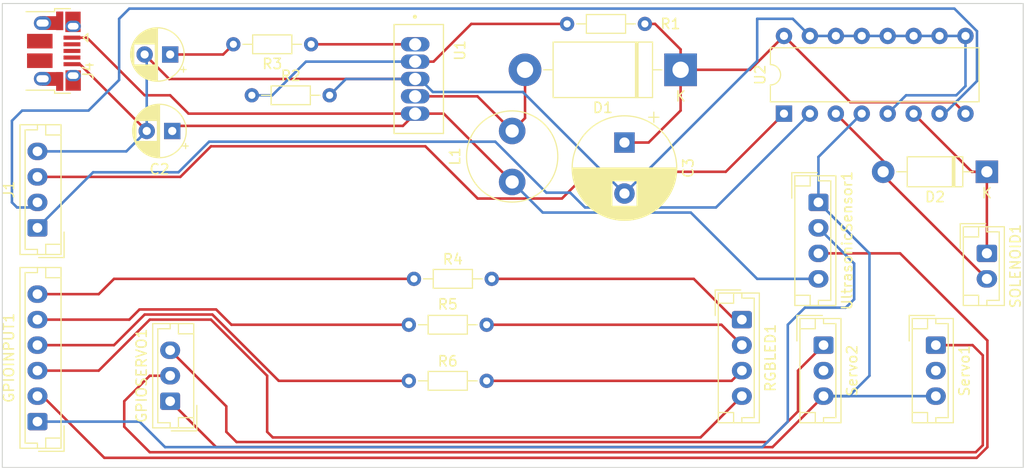
<source format=kicad_pcb>
(kicad_pcb (version 20240108) (generator "pcbnew") (generator_version "8.0")
  (layers (0 "F.Cu" signal) (31 "B.Cu" signal) (34 "B.Paste" user) (35 "F.Paste" user) (36 "B.SilkS" user "B.Silkscreen") (37 "F.SilkS" user "F.Silkscreen") (38 "B.Mask" user) (39 "F.Mask" user) (44 "Edge.Cuts" user))
  (net 0 "")
  (net 1 "+12V")
  (net 2 "Net-(D1-A)")
  (net 3 "Net-(C1-Pad1)")
  (net 4 "+5V")
  (net 5 "Net-(U1-FEEDBACK)")
  (net 6 "Net-(U1-COMP)")
  (net 7 "GND")
  (net 8 "Net-(D2-K)")
  (net 9 "Net-(D2-A)")
  (net 10 "Net-(J1-Pin_1)")
  (net 11 "Net-(J1-Pin_2)")
  (net 12 "Net-(J1-Pin_3)")
  (net 17 "Net-(RGBLED1-Pin_2)")
  (net 18 "Net-(RGBLED1-Pin_1)")
  (net 19 "Net-(GPIOINPUT1-Pin_2)")
  (net 20 "Net-(GPIOINPUT1-Pin_3)")
  (net 21 "Net-(GPIOINPUT1-Pin_4)")
  (net 22 "Net-(GPIOINPUT1-Pin_5)")
  (net 23 "Net-(GPIOINPUT1-Pin_1)")
  (net 24 "Net-(GPIOINPUT1-Pin_6)")
  (net 25 "Net-(GPIOSERVO1-Pin_2)")
  (net 26 "Net-(GPIOSERVO1-Pin_3)")
  (net 27 "Net-(RGBLED1-Pin_3)")
  (footprint "Inductor_THT:L_Radial_D8.7mm_P5.00mm_Fastron_07HCP" (layer "F.Cu") (at 74.5 39.5 90)
    (property "Reference" "L1" (at 2.5 -5.6 -90) (layer "F.SilkS"))
    (property "Value" "100u")
    (pad "1" thru_hole circle (at 0 0 90) (size 2.6 2.6) (drill 1.3) (layers "*.Cu" "*.Mask") (net 4 "+5V"))
    (pad "2" thru_hole circle (at 5 0 90) (size 2.6 2.6) (drill 1.3) (layers "*.Cu" "*.Mask") (net 2 "Net-(D1-A)"))
  )
  (footprint "Connector_JST:JST_EH_B3B-EH-A_1x03_P2.50mm_Vertical" (layer "F.Cu") (at 41 61 90)
    (property "Reference" "GPIOSERVO1" (at 2.5 -2.8 -90) (layer "F.SilkS"))
    (property "Value" "Conn_01x03_Pin")
    (pad "1" thru_hole roundrect (at 0 0 90) (size 1.7 1.95) (drill 0.95) (layers "*.Cu" "*.Mask") (roundrect_rratio 0.147059) (net 7 "GND"))
    (pad "2" thru_hole oval (at 2.5 0 90) (size 1.7 1.95) (drill 0.95) (layers "*.Cu" "*.Mask") (net 25 "Net-(GPIOSERVO1-Pin_2)"))
    (pad "3" thru_hole oval (at 5 0 90) (size 1.7 1.95) (drill 0.95) (layers "*.Cu" "*.Mask") (net 26 "Net-(GPIOSERVO1-Pin_3)"))
  )
  (footprint "Capacitor_THT:CP_Radial_D5.0mm_P2.50mm" (layer "F.Cu") (at 41.205113 34.5 180)
    (property "Reference" "C2" (at 1.25 -3.75 180) (layer "F.SilkS"))
    (property "Value" "0.1u")
    (pad "1" thru_hole rect (at 0 0 180) (size 1.6 1.6) (drill 0.8) (layers "*.Cu" "*.Mask") (net 4 "+5V"))
    (pad "2" thru_hole circle (at 2.5 0 180) (size 1.6 1.6) (drill 0.8) (layers "*.Cu" "*.Mask") (net 7 "GND"))
  )
  (footprint "Diode_THT:D_DO-201AD_P15.24mm_Horizontal" (layer "F.Cu") (at 91 28.5 180)
    (property "Reference" "D1" (at 7.62 -3.72 180) (layer "F.SilkS"))
    (property "Value" "1N5821")
    (fp_text user "K" (at 0 -2.6 180) (layer "F.SilkS"))
    (pad "1" thru_hole rect (at 0 0 180) (size 3.2 3.2) (drill 1.6) (layers "*.Cu" "*.Mask") (net 1 "+12V"))
    (pad "2" thru_hole oval (at 15.24 0 180) (size 3.2 3.2) (drill 1.6) (layers "*.Cu" "*.Mask") (net 2 "Net-(D1-A)"))
  )
  (footprint "Diode_THT:D_DO-41_SOD81_P10.16mm_Horizontal" (layer "F.Cu") (at 121 38.5 180)
    (property "Reference" "D2" (at 5.08 -2.47 180) (layer "F.SilkS"))
    (property "Value" "1N4001")
    (fp_text user "K" (at 0 -2.1 180) (layer "F.SilkS"))
    (pad "1" thru_hole rect (at 0 0 180) (size 2.2 2.2) (drill 1.1) (layers "*.Cu" "*.Mask") (net 8 "Net-(D2-K)"))
    (pad "2" thru_hole oval (at 10.16 0 180) (size 2.2 2.2) (drill 1.1) (layers "*.Cu" "*.Mask") (net 9 "Net-(D2-A)"))
  )
  (footprint "Resistor_THT:R_Axial_DIN0204_L3.6mm_D1.6mm_P7.62mm_Horizontal" (layer "F.Cu") (at 64.38 59)
    (property "Reference" "R6" (at 3.81 -1.92 0) (layer "F.SilkS"))
    (property "Value" "200")
    (pad "1" thru_hole circle (at 0 0) (size 1.4 1.4) (drill 0.7) (layers "*.Cu" "*.Mask") (net 21 "Net-(GPIOINPUT1-Pin_4)"))
    (pad "2" thru_hole oval (at 7.62 0) (size 1.4 1.4) (drill 0.7) (layers "*.Cu" "*.Mask") (net 27 "Net-(RGBLED1-Pin_3)"))
  )
  (footprint "Connector_USB:USB_Micro-B_Amphenol_10103594-0001LF_Horizontal" (layer "F.Cu") (at 29.615 26.675 -90)
    (property "Reference" "J4" (at 1.925 -3.365 90) (layer "F.SilkS"))
    (property "Value" "USB_B_Micro")
    (pad "1" smd rect (at -1.325 -1.765) (size 1.65 0.4) (layers "F.Cu" "F.Paste" "F.Mask") (net 4 "+5V"))
    (pad "2" smd rect (at -0.675 -1.765) (size 1.65 0.4) (layers "F.Cu" "F.Paste" "F.Mask"))
    (pad "3" smd rect (at -0.025 -1.765) (size 1.65 0.4) (layers "F.Cu" "F.Paste" "F.Mask"))
    (pad "4" smd rect (at 0.625 -1.765) (size 1.65 0.4) (layers "F.Cu" "F.Paste" "F.Mask"))
    (pad "5" smd rect (at 1.275 -1.765) (size 1.65 0.4) (layers "F.Cu" "F.Paste" "F.Mask") (net 7 "GND"))
    (pad "6" smd rect (at -2.975 -0.565 270) (size 1.825 0.7) (layers "F.Cu" "F.Paste" "F.Mask"))
    (pad "6" smd rect (at -2.875 -1.865 270) (size 2 1.5) (layers "F.Cu" "F.Paste" "F.Mask"))
    (pad "6" smd rect (at -2.755 0.185 270) (size 1.35 2) (layers "F.Cu" "F.Paste" "F.Mask"))
    (pad "6" thru_hole oval (at -2.755 1.115) (size 1.7 1.35) (drill oval 1.2 0.7) (layers "*.Cu" "*.Mask"))
    (pad "6" thru_hole oval (at -2.445 -1.885) (size 1.5 1.1) (drill oval 1.05 0.65) (layers "*.Cu" "*.Mask"))
    (pad "6" smd rect (at -0.985 1.385) (size 2.5 1.43) (layers "F.Cu" "F.Paste" "F.Mask"))
    (pad "6" smd rect (at 0.935 1.385) (size 2.5 1.43) (layers "F.Cu" "F.Paste" "F.Mask"))
    (pad "6" thru_hole oval (at 2.395 -1.885) (size 1.5 1.1) (drill oval 1.05 0.65) (layers "*.Cu" "*.Mask"))
    (pad "6" thru_hole oval (at 2.705 1.115) (size 1.7 1.35) (drill oval 1.2 0.7) (layers "*.Cu" "*.Mask"))
    (pad "6" smd rect (at 2.725 0.185 270) (size 1.35 2) (layers "F.Cu" "F.Paste" "F.Mask"))
    (pad "6" smd rect (at 2.875 -1.885 270) (size 2 1.5) (layers "F.Cu" "F.Paste" "F.Mask"))
    (pad "6" smd rect (at 2.975 -0.565 270) (size 1.825 0.7) (layers "F.Cu" "F.Paste" "F.Mask"))
  )
  (footprint "Capacitor_THT:CP_Radial_D5.0mm_P2.50mm" (layer "F.Cu") (at 41 27 180)
    (property "Reference" "C1" (hide yes))
    (property "Value" "0.33u")
    (pad "1" thru_hole rect (at 0 0 180) (size 1.6 1.6) (drill 0.8) (layers "*.Cu" "*.Mask") (net 3 "Net-(C1-Pad1)"))
    (pad "2" thru_hole circle (at 2.5 0 180) (size 1.6 1.6) (drill 0.8) (layers "*.Cu" "*.Mask") (net 7 "GND"))
  )
  (footprint "Resistor_THT:R_Axial_DIN0204_L3.6mm_D1.6mm_P7.62mm_Horizontal" (layer "F.Cu") (at 72 53.5 180)
    (property "Reference" "R5" (at 3.81 2 180) (layer "F.SilkS"))
    (property "Value" "200")
    (pad "1" thru_hole circle (at 0 0 180) (size 1.4 1.4) (drill 0.7) (layers "*.Cu" "*.Mask") (net 17 "Net-(RGBLED1-Pin_2)"))
    (pad "2" thru_hole oval (at 7.62 0 180) (size 1.4 1.4) (drill 0.7) (layers "*.Cu" "*.Mask") (net 22 "Net-(GPIOINPUT1-Pin_5)"))
  )
  (footprint "Connector_JST:JST_EH_B4B-EH-A_1x04_P2.50mm_Vertical" (layer "F.Cu") (at 104.5 41.5 -90)
    (property "Reference" "UltrasonicSensor1" (at 3.75 -2.8 90) (layer "F.SilkS"))
    (property "Value" "Conn_01x04_Pin")
    (pad "1" thru_hole roundrect (at 0 0 270) (size 1.7 1.95) (drill 0.95) (layers "*.Cu" "*.Mask") (roundrect_rratio 0.147059) (net 7 "GND"))
    (pad "2" thru_hole oval (at 2.5 0 270) (size 1.7 1.95) (drill 0.95) (layers "*.Cu" "*.Mask") (net 23 "Net-(GPIOINPUT1-Pin_1)"))
    (pad "3" thru_hole oval (at 5 0 270) (size 1.7 1.95) (drill 0.95) (layers "*.Cu" "*.Mask") (net 19 "Net-(GPIOINPUT1-Pin_2)"))
    (pad "4" thru_hole oval (at 7.5 0 270) (size 1.7 1.95) (drill 0.95) (layers "*.Cu" "*.Mask") (net 4 "+5V"))
  )
  (footprint "Connector_JST:JST_EH_B3B-EH-A_1x03_P2.50mm_Vertical" (layer "F.Cu") (at 116 55.5 -90)
    (property "Reference" "Servo1" (at 2.5 -2.8 90) (layer "F.SilkS"))
    (property "Value" "Conn_01x03_Pin")
    (pad "1" thru_hole roundrect (at 0 0 270) (size 1.7 1.95) (drill 0.95) (layers "*.Cu" "*.Mask") (roundrect_rratio 0.147059) (net 25 "Net-(GPIOSERVO1-Pin_2)"))
    (pad "2" thru_hole oval (at 2.5 0 270) (size 1.7 1.95) (drill 0.95) (layers "*.Cu" "*.Mask") (net 4 "+5V"))
    (pad "3" thru_hole oval (at 5 0 270) (size 1.7 1.95) (drill 0.95) (layers "*.Cu" "*.Mask") (net 7 "GND"))
  )
  (footprint "Resistor_THT:R_Axial_DIN0204_L3.6mm_D1.6mm_P7.62mm_Horizontal" (layer "F.Cu") (at 54.81 26 180)
    (property "Reference" "R3" (at 3.81 -1.92 180) (layer "F.SilkS"))
    (property "Value" "2.2k")
    (pad "1" thru_hole circle (at 0 0 180) (size 1.4 1.4) (drill 0.7) (layers "*.Cu" "*.Mask") (net 6 "Net-(U1-COMP)"))
    (pad "2" thru_hole oval (at 7.62 0 180) (size 1.4 1.4) (drill 0.7) (layers "*.Cu" "*.Mask") (net 3 "Net-(C1-Pad1)"))
  )
  (footprint "Connector_JST:JST_EH_B4B-EH-A_1x04_P2.50mm_Vertical" (layer "F.Cu") (at 28 44 90)
    (property "Reference" "J1" (at 3.75 -2.8 90) (layer "F.SilkS"))
    (property "Value" "Conn_01x04_Pin")
    (pad "1" thru_hole roundrect (at 0 0 90) (size 1.7 1.95) (drill 0.95) (layers "*.Cu" "*.Mask") (roundrect_rratio 0.147059) (net 10 "Net-(J1-Pin_1)"))
    (pad "2" thru_hole oval (at 2.5 0 90) (size 1.7 1.95) (drill 0.95) (layers "*.Cu" "*.Mask") (net 11 "Net-(J1-Pin_2)"))
    (pad "3" thru_hole oval (at 5 0 90) (size 1.7 1.95) (drill 0.95) (layers "*.Cu" "*.Mask") (net 12 "Net-(J1-Pin_3)"))
    (pad "4" thru_hole oval (at 7.5 0 90) (size 1.7 1.95) (drill 0.95) (layers "*.Cu" "*.Mask") (net 7 "GND"))
  )
  (footprint "Connector_JST:JST_EH_B6B-EH-A_1x06_P2.50mm_Vertical" (layer "F.Cu") (at 28 63 90)
    (property "Reference" "GPIOINPUT1" (at 6.25 -2.8 -90) (layer "F.SilkS"))
    (property "Value" "Conn_01x06_Pin")
    (pad "1" thru_hole roundrect (at 0 0 90) (size 1.7 1.95) (drill 0.95) (layers "*.Cu" "*.Mask") (roundrect_rratio 0.147059) (net 23 "Net-(GPIOINPUT1-Pin_1)"))
    (pad "2" thru_hole oval (at 2.5 0 90) (size 1.7 1.95) (drill 0.95) (layers "*.Cu" "*.Mask") (net 19 "Net-(GPIOINPUT1-Pin_2)"))
    (pad "3" thru_hole oval (at 5 0 90) (size 1.7 1.95) (drill 0.95) (layers "*.Cu" "*.Mask") (net 20 "Net-(GPIOINPUT1-Pin_3)"))
    (pad "4" thru_hole oval (at 7.5 0 90) (size 1.7 1.95) (drill 0.95) (layers "*.Cu" "*.Mask") (net 21 "Net-(GPIOINPUT1-Pin_4)"))
    (pad "5" thru_hole oval (at 10 0 90) (size 1.7 1.95) (drill 0.95) (layers "*.Cu" "*.Mask") (net 22 "Net-(GPIOINPUT1-Pin_5)"))
    (pad "6" thru_hole oval (at 12.5 0 90) (size 1.7 1.95) (drill 0.95) (layers "*.Cu" "*.Mask") (net 24 "Net-(GPIOINPUT1-Pin_6)"))
  )
  (footprint "Connector_JST:JST_EH_B3B-EH-A_1x03_P2.50mm_Vertical" (layer "F.Cu") (at 105 55.5 -90)
    (property "Reference" "Servo2" (at 2.5 -2.8 90) (layer "F.SilkS"))
    (property "Value" "Conn_01x03_Pin")
    (pad "1" thru_hole roundrect (at 0 0 270) (size 1.7 1.95) (drill 0.95) (layers "*.Cu" "*.Mask") (roundrect_rratio 0.147059) (net 26 "Net-(GPIOSERVO1-Pin_3)"))
    (pad "2" thru_hole oval (at 2.5 0 270) (size 1.7 1.95) (drill 0.95) (layers "*.Cu" "*.Mask") (net 4 "+5V"))
    (pad "3" thru_hole oval (at 5 0 270) (size 1.7 1.95) (drill 0.95) (layers "*.Cu" "*.Mask") (net 7 "GND"))
  )
  (footprint "Capacitor_THT:CP_Radial_D10.0mm_P5.00mm" (layer "F.Cu") (at 85.5 35.632323 -90)
    (property "Reference" "C3" (at 2.5 -6.25 90) (layer "F.SilkS"))
    (property "Value" "680u")
    (pad "1" thru_hole rect (at 0 0 270) (size 2 2) (drill 1) (layers "*.Cu" "*.Mask") (net 1 "+12V"))
    (pad "2" thru_hole circle (at 5 0 270) (size 2 2) (drill 1) (layers "*.Cu" "*.Mask") (net 7 "GND"))
  )
  (footprint "Connector_JST:JST_EH_B4B-EH-A_1x04_P2.50mm_Vertical" (layer "F.Cu") (at 97 53 -90)
    (property "Reference" "RGBLED1" (at 3.75 -2.8 90) (layer "F.SilkS"))
    (property "Value" "Conn_01x04_Pin")
    (pad "1" thru_hole roundrect (at 0 0 270) (size 1.7 1.95) (drill 0.95) (layers "*.Cu" "*.Mask") (roundrect_rratio 0.147059) (net 18 "Net-(RGBLED1-Pin_1)"))
    (pad "2" thru_hole oval (at 2.5 0 270) (size 1.7 1.95) (drill 0.95) (layers "*.Cu" "*.Mask") (net 17 "Net-(RGBLED1-Pin_2)"))
    (pad "3" thru_hole oval (at 5 0 270) (size 1.7 1.95) (drill 0.95) (layers "*.Cu" "*.Mask") (net 27 "Net-(RGBLED1-Pin_3)"))
    (pad "4" thru_hole oval (at 7.5 0 270) (size 1.7 1.95) (drill 0.95) (layers "*.Cu" "*.Mask") (net 20 "Net-(GPIOINPUT1-Pin_3)"))
  )
  (footprint "Kicad:VREG_LM2577T-ADJ_NOPB" (layer "F.Cu") (at 65 26 -90)
    (property "Reference" "U1" (at 0.60563 -4.38938 90) (layer "F.SilkS"))
    (property "Value" "LM2577T-ADJ_NOPB")
    (pad "1" thru_hole oval (at 0 0 270) (size 1.4 2.8) (drill 1.2) (layers "*.Cu" "*.Mask") (net 6 "Net-(U1-COMP)"))
    (pad "2" thru_hole oval (at 1.7 0 270) (size 1.4 2.8) (drill 1.2) (layers "*.Cu" "*.Mask") (net 5 "Net-(U1-FEEDBACK)"))
    (pad "3" thru_hole oval (at 3.4 0 270) (size 1.4 2.8) (drill 1.2) (layers "*.Cu" "*.Mask") (net 7 "GND"))
    (pad "4" thru_hole oval (at 5.1 0 270) (size 1.4 2.8) (drill 1.2) (layers "*.Cu" "*.Mask") (net 2 "Net-(D1-A)"))
    (pad "5" thru_hole oval (at 6.8 0 270) (size 1.4 2.8) (drill 1.2) (layers "*.Cu" "*.Mask") (net 4 "+5V"))
  )
  (footprint "Resistor_THT:R_Axial_DIN0204_L3.6mm_D1.6mm_P7.62mm_Horizontal" (layer "F.Cu") (at 87.5 24 180)
    (property "Reference" "R1" (at -2.5 0 180) (layer "F.SilkS"))
    (property "Value" "17.4k")
    (pad "1" thru_hole circle (at 0 0 180) (size 1.4 1.4) (drill 0.7) (layers "*.Cu" "*.Mask") (net 1 "+12V"))
    (pad "2" thru_hole oval (at 7.62 0 180) (size 1.4 1.4) (drill 0.7) (layers "*.Cu" "*.Mask") (net 5 "Net-(U1-FEEDBACK)"))
  )
  (footprint "Resistor_THT:R_Axial_DIN0204_L3.6mm_D1.6mm_P7.62mm_Horizontal" (layer "F.Cu") (at 49 31)
    (property "Reference" "R2" (at 3.81 -1.92 0) (layer "F.SilkS"))
    (property "Value" "2k")
    (pad "1" thru_hole circle (at 0 0) (size 1.4 1.4) (drill 0.7) (layers "*.Cu" "*.Mask") (net 5 "Net-(U1-FEEDBACK)"))
    (pad "2" thru_hole oval (at 7.62 0) (size 1.4 1.4) (drill 0.7) (layers "*.Cu" "*.Mask") (net 7 "GND"))
  )
  (footprint "Package_DIP:DIP-16_W7.62mm" (layer "F.Cu") (at 101.125 32.8 90)
    (property "Reference" "U2" (at 3.81 -2.33 -90) (layer "F.SilkS"))
    (property "Value" "L293D")
    (pad "1" thru_hole rect (at 0 0 90) (size 1.6 1.6) (drill 0.8) (layers "*.Cu" "*.Mask") (net 12 "Net-(J1-Pin_3)"))
    (pad "2" thru_hole oval (at 0 2.54 90) (size 1.6 1.6) (drill 0.8) (layers "*.Cu" "*.Mask") (net 10 "Net-(J1-Pin_1)"))
    (pad "3" thru_hole oval (at 0 5.08 90) (size 1.6 1.6) (drill 0.8) (layers "*.Cu" "*.Mask") (net 9 "Net-(D2-A)"))
    (pad "4" thru_hole oval (at 0 7.62 90) (size 1.6 1.6) (drill 0.8) (layers "*.Cu" "*.Mask") (net 7 "GND"))
    (pad "5" thru_hole oval (at 0 10.16 90) (size 1.6 1.6) (drill 0.8) (layers "*.Cu" "*.Mask") (net 7 "GND"))
    (pad "6" thru_hole oval (at 0 12.7 90) (size 1.6 1.6) (drill 0.8) (layers "*.Cu" "*.Mask") (net 8 "Net-(D2-K)"))
    (pad "7" thru_hole oval (at 0 15.24 90) (size 1.6 1.6) (drill 0.8) (layers "*.Cu" "*.Mask") (net 11 "Net-(J1-Pin_2)"))
    (pad "8" thru_hole oval (at 0 17.78 90) (size 1.6 1.6) (drill 0.8) (layers "*.Cu" "*.Mask") (net 1 "+12V"))
    (pad "9" thru_hole oval (at 7.62 17.78 90) (size 1.6 1.6) (drill 0.8) (layers "*.Cu" "*.Mask") (net 7 "GND"))
    (pad "10" thru_hole oval (at 7.62 15.24 90) (size 1.6 1.6) (drill 0.8) (layers "*.Cu" "*.Mask") (net 7 "GND"))
    (pad "11" thru_hole oval (at 7.62 12.7 90) (size 1.6 1.6) (drill 0.8) (layers "*.Cu" "*.Mask") (net 7 "GND"))
    (pad "12" thru_hole oval (at 7.62 10.16 90) (size 1.6 1.6) (drill 0.8) (layers "*.Cu" "*.Mask") (net 7 "GND"))
    (pad "13" thru_hole oval (at 7.62 7.62 90) (size 1.6 1.6) (drill 0.8) (layers "*.Cu" "*.Mask") (net 7 "GND"))
    (pad "14" thru_hole oval (at 7.62 5.08 90) (size 1.6 1.6) (drill 0.8) (layers "*.Cu" "*.Mask") (net 7 "GND"))
    (pad "15" thru_hole oval (at 7.62 2.54 90) (size 1.6 1.6) (drill 0.8) (layers "*.Cu" "*.Mask") (net 7 "GND"))
    (pad "16" thru_hole oval (at 7.62 0 90) (size 1.6 1.6) (drill 0.8) (layers "*.Cu" "*.Mask") (net 1 "+12V"))
  )
  (footprint "Resistor_THT:R_Axial_DIN0204_L3.6mm_D1.6mm_P7.62mm_Horizontal" (layer "F.Cu") (at 64.88 49)
    (property "Reference" "R4" (at 3.81 -1.92 0) (layer "F.SilkS"))
    (property "Value" "200")
    (pad "1" thru_hole circle (at 0 0) (size 1.4 1.4) (drill 0.7) (layers "*.Cu" "*.Mask") (net 24 "Net-(GPIOINPUT1-Pin_6)"))
    (pad "2" thru_hole oval (at 7.62 0) (size 1.4 1.4) (drill 0.7) (layers "*.Cu" "*.Mask") (net 18 "Net-(RGBLED1-Pin_1)"))
  )
  (footprint "Connector_JST:JST_EH_B2B-EH-A_1x02_P2.50mm_Vertical" (layer "F.Cu") (at 121 46.5 -90)
    (property "Reference" "SOLENOID1" (at 1.25 -2.8 90) (layer "F.SilkS"))
    (property "Value" "Conn")
    (pad "1" thru_hole roundrect (at 0 0 270) (size 1.7 2) (drill 1) (layers "*.Cu" "*.Mask") (roundrect_rratio 0.147059) (net 8 "Net-(D2-K)"))
    (pad "2" thru_hole oval (at 2.5 0 270) (size 1.7 2) (drill 1) (layers "*.Cu" "*.Mask") (net 9 "Net-(D2-A)"))
  )
  (gr_rect (start 24.56 22) (end 124.56 67.5) (stroke (width 0.1)) (fill none) (layer "Edge.Cuts"))
  (segment (start 91 28.5) (end 91 26.5) (width 0.25) (layer "F.Cu") (net 1))
  (segment (start 118.905 32.8) (end 117.78 31.675) (width 0.25) (layer "F.Cu") (net 1))
  (segment (start 91 28.5) (end 97.805 28.5) (width 0.25) (layer "F.Cu") (net 1))
  (segment (start 85.5 35.632323) (end 87.867677 35.632323) (width 0.25) (layer "F.Cu") (net 1))
  (segment (start 97.805 28.5) (end 101.125 25.18) (width 0.25) (layer "F.Cu") (net 1))
  (segment (start 87.867677 35.632323) (end 91 32.5) (width 0.25) (layer "F.Cu") (net 1))
  (segment (start 88.5 24) (end 87.5 24) (width 0.25) (layer "F.Cu") (net 1))
  (segment (start 117.78 31.675) (end 107.62 31.675) (width 0.25) (layer "F.Cu") (net 1))
  (segment (start 107.62 31.675) (end 101.125 25.18) (width 0.25) (layer "F.Cu") (net 1))
  (segment (start 91 32.5) (end 91 28.5) (width 0.25) (layer "F.Cu") (net 1))
  (segment (start 91 26.5) (end 88.5 24) (width 0.25) (layer "F.Cu") (net 1))
  (segment (start 71.1 31.1) (end 65 31.1) (width 0.25) (layer "F.Cu") (net 2))
  (segment (start 75.76 28.5) (end 75.76 33.24) (width 0.25) (layer "F.Cu") (net 2))
  (segment (start 74.5 34.5) (end 71.1 31.1) (width 0.25) (layer "F.Cu") (net 2))
  (segment (start 75.76 33.24) (end 74.5 34.5) (width 0.25) (layer "F.Cu") (net 2))
  (segment (start 41 27) (end 46.19 27) (width 0.25) (layer "F.Cu") (net 3))
  (segment (start 46.19 27) (end 47.19 26) (width 0.25) (layer "F.Cu") (net 3))
  (segment (start 42.8 32.8) (end 41 31) (width 0.25) (layer "F.Cu") (net 4))
  (segment (start 32.85 25.35) (end 31.38 25.35) (width 0.25) (layer "F.Cu") (net 4))
  (segment (start 63.8 34) (end 65 32.8) (width 0.25) (layer "F.Cu") (net 4))
  (segment (start 67.8 32.8) (end 74.5 39.5) (width 0.25) (layer "F.Cu") (net 4))
  (segment (start 65 32.8) (end 67.8 32.8) (width 0.25) (layer "F.Cu") (net 4))
  (segment (start 38.5 31) (end 32.85 25.35) (width 0.25) (layer "F.Cu") (net 4))
  (segment (start 65 32.8) (end 42.8 32.8) (width 0.25) (layer "F.Cu") (net 4))
  (segment (start 41 31) (end 38.5 31) (width 0.25) (layer "F.Cu") (net 4))
  (segment (start 41.705113 34) (end 63.8 34) (width 0.25) (layer "F.Cu") (net 4))
  (segment (start 98.5 49) (end 104.5 49) (width 0.25) (layer "B.Cu") (net 4))
  (segment (start 92 42.5) (end 98.5 49) (width 0.25) (layer "B.Cu") (net 4))
  (segment (start 77.5 42.5) (end 92 42.5) (width 0.25) (layer "B.Cu") (net 4))
  (segment (start 74.5 39.5) (end 77.5 42.5) (width 0.25) (layer "B.Cu") (net 4))
  (segment (start 66.8 27.7) (end 65 27.7) (width 0.25) (layer "F.Cu") (net 5))
  (segment (start 70.5 24) (end 79.88 24) (width 0.25) (layer "F.Cu") (net 5))
  (segment (start 70.5 24) (end 66.8 27.7) (width 0.25) (layer "F.Cu") (net 5))
  (segment (start 49 31) (end 51 31) (width 0.25) (layer "B.Cu") (net 5))
  (segment (start 54.3 27.7) (end 65 27.7) (width 0.25) (layer "B.Cu") (net 5))
  (segment (start 51 31) (end 54.3 27.7) (width 0.25) (layer "B.Cu") (net 5))
  (segment (start 54.81 26) (end 65 26) (width 0.25) (layer "F.Cu") (net 6))
  (segment (start 100 65.5) (end 105 60.5) (width 0.25) (layer "F.Cu") (net 7))
  (segment (start 45.5 65.5) (end 100 65.5) (width 0.25) (layer "F.Cu") (net 7))
  (segment (start 38.705113 34.5) (end 32.155113 27.95) (width 0.25) (layer "F.Cu") (net 7))
  (segment (start 40.9 29.4) (end 38.5 27) (width 0.25) (layer "F.Cu") (net 7))
  (segment (start 41 61) (end 45.5 65.5) (width 0.25) (layer "F.Cu") (net 7))
  (segment (start 65 29.4) (end 40.9 29.4) (width 0.25) (layer "F.Cu") (net 7))
  (segment (start 32.155113 27.95) (end 31.38 27.95) (width 0.25) (layer "F.Cu") (net 7))
  (segment (start 66.725 30.675431) (end 65.449569 29.4) (width 0.25) (layer "B.Cu") (net 7))
  (segment (start 118 31) (end 113.085 31) (width 0.25) (layer "B.Cu") (net 7))
  (segment (start 98.5 23.5) (end 101.985 23.5) (width 0.25) (layer "B.Cu") (net 7))
  (segment (start 38.705113 34.5) (end 38.705113 27.205113) (width 0.25) (layer "B.Cu") (net 7))
  (segment (start 109.5 58.5) (end 109.5 46.5) (width 0.25) (layer "B.Cu") (net 7))
  (segment (start 38.705113 27.205113) (end 38.5 27) (width 0.25) (layer "B.Cu") (net 7))
  (segment (start 85.5 40.632323) (end 75.543108 30.675431) (width 0.25) (layer "B.Cu") (net 7))
  (segment (start 103.665 25.18) (end 106.205 25.18) (width 0.25) (layer "B.Cu") (net 7))
  (segment (start 65.449569 29.4) (end 65 29.4) (width 0.25) (layer "B.Cu") (net 7))
  (segment (start 113.085 31) (end 111.285 32.8) (width 0.25) (layer "B.Cu") (net 7))
  (segment (start 109.5 46.5) (end 104.5 41.5) (width 0.25) (layer "B.Cu") (net 7))
  (segment (start 28 36.5) (end 36.705113 36.5) (width 0.25) (layer "B.Cu") (net 7))
  (segment (start 104.5 37.045) (end 108.745 32.8) (width 0.25) (layer "B.Cu") (net 7))
  (segment (start 118.905 25.18) (end 118.905 30.095) (width 0.25) (layer "B.Cu") (net 7))
  (segment (start 104.5 41.5) (end 104.5 37.045) (width 0.25) (layer "B.Cu") (net 7))
  (segment (start 106.205 25.18) (end 118.905 25.18) (width 0.25) (layer "B.Cu") (net 7))
  (segment (start 36.705113 36.5) (end 38.705113 34.5) (width 0.25) (layer "B.Cu") (net 7))
  (segment (start 118.905 30.095) (end 118 31) (width 0.25) (layer "B.Cu") (net 7))
  (segment (start 75.543108 30.675431) (end 66.725 30.675431) (width 0.25) (layer "B.Cu") (net 7))
  (segment (start 98.5 27.632323) (end 98.5 23.5) (width 0.25) (layer "B.Cu") (net 7))
  (segment (start 101.985 23.5) (end 103.665 25.18) (width 0.25) (layer "B.Cu") (net 7))
  (segment (start 58.22 29.4) (end 65 29.4) (width 0.25) (layer "B.Cu") (net 7))
  (segment (start 56.62 31) (end 58.22 29.4) (width 0.25) (layer "B.Cu") (net 7))
  (segment (start 105 60.5) (end 107.5 60.5) (width 0.25) (layer "B.Cu") (net 7))
  (segment (start 107.5 60.5) (end 109.5 58.5) (width 0.25) (layer "B.Cu") (net 7))
  (segment (start 85.5 40.632323) (end 98.5 27.632323) (width 0.25) (layer "B.Cu") (net 7))
  (segment (start 105 60.5) (end 116 60.5) (width 0.25) (layer "B.Cu") (net 7))
  (segment (start 121 38.5) (end 119.525 38.5) (width 0.25) (layer "F.Cu") (net 8))
  (segment (start 121 46.5) (end 121 38.5) (width 0.25) (layer "F.Cu") (net 8))
  (segment (start 119.525 38.5) (end 113.825 32.8) (width 0.25) (layer "F.Cu") (net 8))
  (segment (start 110.84 37.435) (end 110.84 38.5) (width 0.25) (layer "F.Cu") (net 9))
  (segment (start 110.84 38.5) (end 110.84 38.84) (width 0.25) (layer "F.Cu") (net 9))
  (segment (start 106.205 32.8) (end 110.84 37.435) (width 0.25) (layer "F.Cu") (net 9))
  (segment (start 110.84 38.84) (end 121 49) (width 0.25) (layer "F.Cu") (net 9))
  (segment (start 77.848098 40.55) (end 80.186396 40.55) (width 0.25) (layer "B.Cu") (net 10))
  (segment (start 72.848098 35.55) (end 77.848098 40.55) (width 0.25) (layer "B.Cu") (net 10))
  (segment (start 33.45 38.55) (end 41.813604 38.55) (width 0.25) (layer "B.Cu") (net 10))
  (segment (start 44.813604 35.55) (end 72.848098 35.55) (width 0.25) (layer "B.Cu") (net 10))
  (segment (start 28 44) (end 33.45 38.55) (width 0.25) (layer "B.Cu") (net 10))
  (segment (start 81.636396 42) (end 94.465 42) (width 0.25) (layer "B.Cu") (net 10))
  (segment (start 94.465 42) (end 103.665 32.8) (width 0.25) (layer "B.Cu") (net 10))
  (segment (start 80.186396 40.55) (end 81.636396 42) (width 0.25) (layer "B.Cu") (net 10))
  (segment (start 41.813604 38.55) (end 44.813604 35.55) (width 0.25) (layer "B.Cu") (net 10))
  (segment (start 33 32.5) (end 36 29.5) (width 0.25) (layer "B.Cu") (net 11))
  (segment (start 26.5 32.5) (end 33 32.5) (width 0.25) (layer "B.Cu") (net 11))
  (segment (start 36 23.5) (end 37 22.5) (width 0.25) (layer "B.Cu") (net 11))
  (segment (start 37 22.5) (end 117.815991 22.5) (width 0.25) (layer "B.Cu") (net 11))
  (segment (start 116.836396 32.8) (end 116.365 32.8) (width 0.25) (layer "B.Cu") (net 11))
  (segment (start 36 29.5) (end 36 23.5) (width 0.25) (layer "B.Cu") (net 11))
  (segment (start 25.5 33.5) (end 26.5 32.5) (width 0.25) (layer "B.Cu") (net 11))
  (segment (start 25.5 41.5) (end 25.5 33.5) (width 0.25) (layer "B.Cu") (net 11))
  (segment (start 120.03 24.714009) (end 120.03 29.606396) (width 0.25) (layer "B.Cu") (net 11))
  (segment (start 26 42) (end 25.5 41.5) (width 0.25) (layer "B.Cu") (net 11))
  (segment (start 120.03 29.606396) (end 116.836396 32.8) (width 0.25) (layer "B.Cu") (net 11))
  (segment (start 28 41.5) (end 27.5 42) (width 0.25) (layer "B.Cu") (net 11))
  (segment (start 117.815991 22.5) (end 120.03 24.714009) (width 0.25) (layer "B.Cu") (net 11))
  (segment (start 27.5 42) (end 26 42) (width 0.25) (layer "B.Cu") (net 11))
  (segment (start 45 36) (end 66 36) (width 0.25) (layer "F.Cu") (net 12))
  (segment (start 95.425 38.5) (end 101.125 32.8) (width 0.25) (layer "F.Cu") (net 12))
  (segment (start 82 38.5) (end 95.425 38.5) (width 0.25) (layer "F.Cu") (net 12))
  (segment (start 71.125 41.125) (end 79.375 41.125) (width 0.25) (layer "F.Cu") (net 12))
  (segment (start 28 39) (end 42 39) (width 0.25) (layer "F.Cu") (net 12))
  (segment (start 66 36) (end 71.125 41.125) (width 0.25) (layer "F.Cu") (net 12))
  (segment (start 79.375 41.125) (end 82 38.5) (width 0.25) (layer "F.Cu") (net 12))
  (segment (start 42 39) (end 45 36) (width 0.25) (layer "F.Cu") (net 12))
  (segment (start 72 53.5) (end 95 53.5) (width 0.25) (layer "F.Cu") (net 17))
  (segment (start 95 53.5) (end 97 55.5) (width 0.25) (layer "F.Cu") (net 17))
  (segment (start 92.286701 49) (end 96.286701 53) (width 0.25) (layer "F.Cu") (net 18))
  (segment (start 72.5 49) (end 92.286701 49) (width 0.25) (layer "F.Cu") (net 18))
  (segment (start 96.286701 53) (end 97 53) (width 0.25) (layer "F.Cu") (net 18))
  (segment (start 121.05 55.05) (end 121.05 65.5) (width 0.25) (layer "F.Cu") (net 19))
  (segment (start 120 66.55) (end 34.55 66.55) (width 0.25) (layer "F.Cu") (net 19))
  (segment (start 112.5 46.5) (end 121.05 55.05) (width 0.25) (layer "F.Cu") (net 19))
  (segment (start 104.5 46.5) (end 112.5 46.5) (width 0.25) (layer "F.Cu") (net 19))
  (segment (start 121.05 65.5) (end 120 66.55) (width 0.25) (layer "F.Cu") (net 19))
  (segment (start 28.5 60.5) (end 28 60.5) (width 0.25) (layer "F.Cu") (net 19))
  (segment (start 34.55 66.55) (end 28.5 60.5) (width 0.25) (layer "F.Cu") (net 19))
  (segment (start 45 53) (end 50.5 58.5) (width 0.25) (layer "F.Cu") (net 20))
  (segment (start 34 58) (end 39 53) (width 0.25) (layer "F.Cu") (net 20))
  (segment (start 50.5 64) (end 51.05 64.55) (width 0.25) (layer "F.Cu") (net 20))
  (segment (start 50.5 58.5) (end 50.5 64) (width 0.25) (layer "F.Cu") (net 20))
  (segment (start 92.95 64.55) (end 97 60.5) (width 0.25) (layer "F.Cu") (net 20))
  (segment (start 28 58) (end 34 58) (width 0.25) (layer "F.Cu") (net 20))
  (segment (start 51.05 64.55) (end 92.95 64.55) (width 0.25) (layer "F.Cu") (net 20))
  (segment (start 39 53) (end 45 53) (width 0.25) (layer "F.Cu") (net 20))
  (segment (start 64.38 59) (end 51.636396 59) (width 0.25) (layer "F.Cu") (net 21))
  (segment (start 51.636396 59) (end 51.568198 58.931802) (width 0.25) (layer "F.Cu") (net 21))
  (segment (start 38.5 52.5) (end 45.136396 52.5) (width 0.25) (layer "F.Cu") (net 21))
  (segment (start 45.136396 52.5) (end 51.568198 58.931802) (width 0.25) (layer "F.Cu") (net 21))
  (segment (start 28 55.5) (end 35.5 55.5) (width 0.25) (layer "F.Cu") (net 21))
  (segment (start 35.5 55.5) (end 38.5 52.5) (width 0.25) (layer "F.Cu") (net 21))
  (segment (start 47 53.5) (end 64.38 53.5) (width 0.25) (layer "F.Cu") (net 22))
  (segment (start 38 52) (end 45.5 52) (width 0.25) (layer "F.Cu") (net 22))
  (segment (start 28 53) (end 37 53) (width 0.25) (layer "F.Cu") (net 22))
  (segment (start 37 53) (end 38 52) (width 0.25) (layer "F.Cu") (net 22))
  (segment (start 45.5 52) (end 47 53.5) (width 0.25) (layer "F.Cu") (net 22))
  (segment (start 101.5 53.5) (end 103.175 51.825) (width 0.25) (layer "B.Cu") (net 23))
  (segment (start 101.5 63) (end 101.5 53.5) (width 0.25) (layer "B.Cu") (net 23))
  (segment (start 28 63) (end 38 63) (width 0.25) (layer "B.Cu") (net 23))
  (segment (start 103.175 51.825) (end 107.175 51.825) (width 0.25) (layer "B.Cu") (net 23))
  (segment (start 38 63) (end 40.5 65.5) (width 0.25) (layer "B.Cu") (net 23))
  (segment (start 108 47.5) (end 104.5 44) (width 0.25) (layer "B.Cu") (net 23))
  (segment (start 40.5 65.5) (end 99 65.5) (width 0.25) (layer "B.Cu") (net 23))
  (segment (start 99 65.5) (end 101.5 63) (width 0.25) (layer "B.Cu") (net 23))
  (segment (start 108 51) (end 108 47.5) (width 0.25) (layer "B.Cu") (net 23))
  (segment (start 107.175 51.825) (end 108 51) (width 0.25) (layer "B.Cu") (net 23))
  (segment (start 35.5 49) (end 34 50.5) (width 0.25) (layer "F.Cu") (net 24))
  (segment (start 64.88 49) (end 35.5 49) (width 0.25) (layer "F.Cu") (net 24))
  (segment (start 28 50.5) (end 34 50.5) (width 0.25) (layer "F.Cu") (net 24))
  (segment (start 120.6 56.5) (end 120.6 65.313604) (width 0.25) (layer "F.Cu") (net 25))
  (segment (start 36.5 61) (end 39 58.5) (width 0.25) (layer "F.Cu") (net 25))
  (segment (start 119.913604 66) (end 39 66) (width 0.25) (layer "F.Cu") (net 25))
  (segment (start 39 58.5) (end 41 58.5) (width 0.25) (layer "F.Cu") (net 25))
  (segment (start 119.6 55.5) (end 120.6 56.5) (width 0.25) (layer "F.Cu") (net 25))
  (segment (start 39 66) (end 36.5 63.5) (width 0.25) (layer "F.Cu") (net 25))
  (segment (start 36.5 63.5) (end 36.5 61) (width 0.25) (layer "F.Cu") (net 25))
  (segment (start 116 55.5) (end 119.6 55.5) (width 0.25) (layer "F.Cu") (net 25))
  (segment (start 120.6 65.313604) (end 119.913604 66) (width 0.25) (layer "F.Cu") (net 25))
  (segment (start 102.5 58) (end 105 55.5) (width 0.25) (layer "F.Cu") (net 26))
  (segment (start 47.5 65) (end 99.5 65) (width 0.25) (layer "F.Cu") (net 26))
  (segment (start 46.5 64) (end 47.5 65) (width 0.25) (layer "F.Cu") (net 26))
  (segment (start 99.5 65) (end 102.5 62) (width 0.25) (layer "F.Cu") (net 26))
  (segment (start 102.5 62) (end 102.5 58) (width 0.25) (layer "F.Cu") (net 26))
  (segment (start 46.5 61.5) (end 46.5 64) (width 0.25) (layer "F.Cu") (net 26))
  (segment (start 41 56) (end 46.5 61.5) (width 0.25) (layer "F.Cu") (net 26))
  (segment (start 72 59) (end 96 59) (width 0.25) (layer "F.Cu") (net 27))
  (segment (start 96 59) (end 97 58) (width 0.25) (layer "F.Cu") (net 27))
)
</source>
